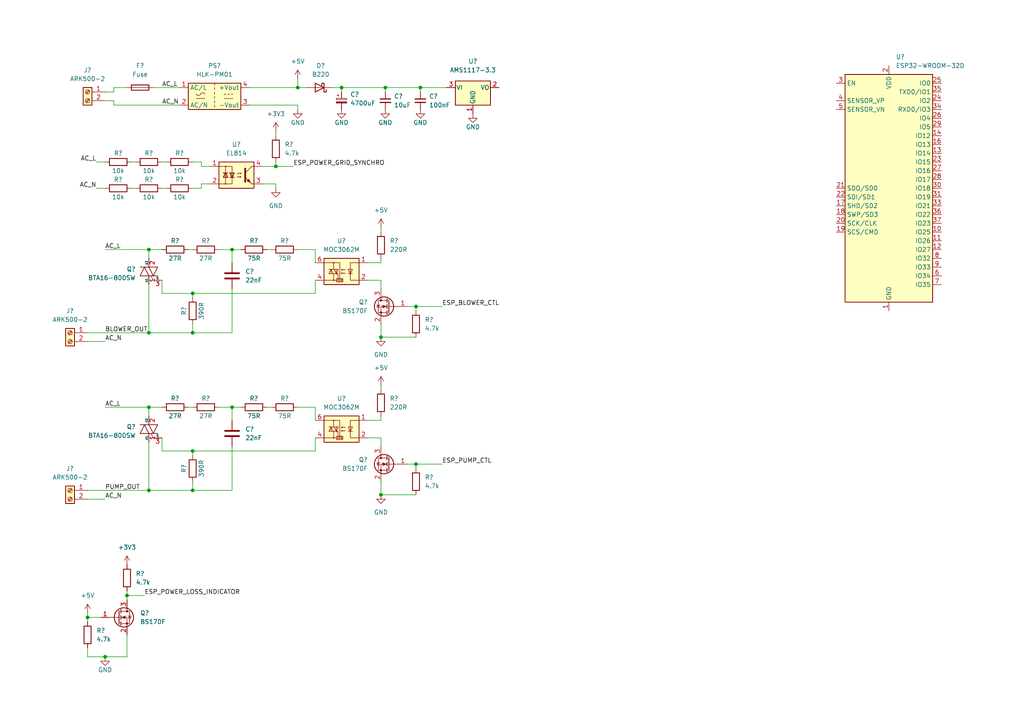
<source format=kicad_sch>
(kicad_sch (version 20211123) (generator eeschema)
  (paper "A4")
  (lib_symbols
    (symbol "Connector:Screw_Terminal_01x02" (pin_names (offset 1.016) hide)
      (property "Reference" "J" (at 0 2.54 0))
      (property "Value" "Screw_Terminal_01x02" (at 0 -5.08 0))
      (symbol "Screw_Terminal_01x02_1_1"
        (rectangle (start -1.27 1.27) (end 1.27 -3.81) (stroke (width 0.254)) (fill (type background)))
        (circle (center 0 -2.54) (radius 0.635) (stroke (width 0.1524)))
        (polyline (pts (xy -0.5334 -2.2098) (xy 0.3302 -3.048)) (stroke (width 0.1524)))
        (polyline (pts (xy -0.5334 0.3302) (xy 0.3302 -0.508)) (stroke (width 0.1524)))
        (polyline (pts (xy -0.3556 -2.032) (xy 0.508 -2.8702)) (stroke (width 0.1524)))
        (polyline (pts (xy -0.3556 0.508) (xy 0.508 -0.3302)) (stroke (width 0.1524)))
        (circle (center 0 0) (radius 0.635) (stroke (width 0.1524)))
        (pin passive line (at -5.08 0 0) (length 3.81) (name "Pin_1") (number "1"))
        (pin passive line (at -5.08 -2.54 0) (length 3.81) (name "Pin_2") (number "2"))
      )
    )
    (symbol "Converter_ACDC:HLK-PM01"
      (property "Reference" "PS" (at 0 5.08 0))
      (property "Value" "HLK-PM01" (at 0 -5.08 0))
      (symbol "HLK-PM01_0_1"
        (rectangle (start -7.62 3.81) (end 7.62 -3.81) (stroke (width 0.254)) (fill (type background)))
        (arc (start -5.334 0.635) (mid -4.699 0.2495) (end -4.064 0.635))
        (arc (start -2.794 0.635) (mid -3.429 1.0072) (end -4.064 0.635))
        (polyline (pts (xy -5.334 -0.635) (xy -2.794 -0.635)))
        (polyline (pts (xy 0 -2.54) (xy 0 -3.175)))
        (polyline (pts (xy 0 -1.27) (xy 0 -1.905)))
        (polyline (pts (xy 0 0) (xy 0 -0.635)))
        (polyline (pts (xy 0 1.27) (xy 0 0.635)))
        (polyline (pts (xy 0 2.54) (xy 0 1.905)))
        (polyline (pts (xy 0 3.81) (xy 0 3.175)))
        (polyline (pts (xy 2.794 -0.635) (xy 5.334 -0.635)))
        (polyline (pts (xy 2.794 0.635) (xy 3.302 0.635)))
        (polyline (pts (xy 3.81 0.635) (xy 4.318 0.635)))
        (polyline (pts (xy 4.826 0.635) (xy 5.334 0.635)))
      )
      (symbol "HLK-PM01_1_1"
        (pin power_in line (at -10.16 2.54 0) (length 2.54) (name "AC/L") (number "1"))
        (pin power_in line (at -10.16 -2.54 0) (length 2.54) (name "AC/N") (number "2"))
        (pin power_out line (at 10.16 -2.54 180) (length 2.54) (name "-Vout") (number "3"))
        (pin power_out line (at 10.16 2.54 180) (length 2.54) (name "+Vout") (number "4"))
      )
    )
    (symbol "Device:C" (pin_numbers hide) (pin_names (offset 0.254))
      (property "Reference" "C" (at 0.635 2.54 0))
      (property "Value" "C" (at 0.635 -2.54 0))
      (symbol "C_0_1"
        (polyline (pts (xy -2.032 -0.762) (xy 2.032 -0.762)) (stroke (width 0.508)))
        (polyline (pts (xy -2.032 0.762) (xy 2.032 0.762)) (stroke (width 0.508)))
      )
      (symbol "C_1_1"
        (pin passive line (at 0 3.81 270) (length 2.794) (name "~") (number "1"))
        (pin passive line (at 0 -3.81 90) (length 2.794) (name "~") (number "2"))
      )
    )
    (symbol "Device:C_Polarized_Small" (pin_numbers hide) (pin_names (offset 0.254) hide)
      (property "Reference" "C" (at 0.254 1.778 0))
      (property "Value" "C_Polarized_Small" (at 0.254 -2.032 0))
      (symbol "C_Polarized_Small_0_1"
        (rectangle (start -1.524 -0.3048) (end 1.524 -0.6858) (fill (type outline)))
        (rectangle (start -1.524 0.6858) (end 1.524 0.3048))
        (polyline (pts (xy -1.27 1.524) (xy -0.762 1.524)))
        (polyline (pts (xy -1.016 1.27) (xy -1.016 1.778)))
      )
      (symbol "C_Polarized_Small_1_1"
        (pin passive line (at 0 2.54 270) (length 1.8542) (name "~") (number "1"))
        (pin passive line (at 0 -2.54 90) (length 1.8542) (name "~") (number "2"))
      )
    )
    (symbol "Device:C_Small" (pin_numbers hide) (pin_names (offset 0.254) hide)
      (property "Reference" "C" (at 0.254 1.778 0))
      (property "Value" "C_Small" (at 0.254 -2.032 0))
      (symbol "C_Small_0_1"
        (polyline (pts (xy -1.524 -0.508) (xy 1.524 -0.508)) (stroke (width 0.3302)))
        (polyline (pts (xy -1.524 0.508) (xy 1.524 0.508)) (stroke (width 0.3048)))
      )
      (symbol "C_Small_1_1"
        (pin passive line (at 0 2.54 270) (length 2.032) (name "~") (number "1"))
        (pin passive line (at 0 -2.54 90) (length 2.032) (name "~") (number "2"))
      )
    )
    (symbol "Device:Fuse" (pin_numbers hide) (pin_names (offset 0))
      (property "Reference" "F" (at 2.032 0 90))
      (property "Value" "Fuse" (at -1.905 0 90))
      (symbol "Fuse_0_1"
        (rectangle (start -0.762 -2.54) (end 0.762 2.54) (stroke (width 0.254)))
        (polyline (pts (xy 0 2.54) (xy 0 -2.54)))
      )
      (symbol "Fuse_1_1"
        (pin passive line (at 0 3.81 270) (length 1.27) (name "~") (number "1"))
        (pin passive line (at 0 -3.81 90) (length 1.27) (name "~") (number "2"))
      )
    )
    (symbol "Device:R" (pin_numbers hide) (pin_names (offset 0))
      (property "Reference" "R" (at 2.032 0 90))
      (property "Value" "R" (at 0 0 90))
      (symbol "R_0_1"
        (rectangle (start -1.016 -2.54) (end 1.016 2.54) (stroke (width 0.254)))
      )
      (symbol "R_1_1"
        (pin passive line (at 0 3.81 270) (length 1.27) (name "~") (number "1"))
        (pin passive line (at 0 -3.81 90) (length 1.27) (name "~") (number "2"))
      )
    )
    (symbol "Diode:B220" (pin_numbers hide) (pin_names (offset 1.016) hide)
      (property "Reference" "D" (at 0 2.54 0))
      (property "Value" "B220" (at 0 -2.54 0))
      (symbol "B220_0_1"
        (polyline (pts (xy 1.27 0) (xy -1.27 0)))
        (polyline (pts (xy 1.27 1.27) (xy 1.27 -1.27) (xy -1.27 0) (xy 1.27 1.27)) (stroke (width 0.254)))
        (polyline (pts (xy -1.905 0.635) (xy -1.905 1.27) (xy -1.27 1.27) (xy -1.27 -1.27) (xy -0.635 -1.27) (xy -0.635 -0.635)) (stroke (width 0.254)))
      )
      (symbol "B220_1_1"
        (pin passive line (at -3.81 0 0) (length 2.54) (name "K") (number "1"))
        (pin passive line (at 3.81 0 180) (length 2.54) (name "A") (number "2"))
      )
    )
    (symbol "Isolator:EL814" (pin_names (offset 1.016))
      (property "Reference" "U" (at -5.334 4.826 0))
      (property "Value" "EL814" (at 0 5.08 0))
      (symbol "EL814_0_1"
        (rectangle (start -5.08 3.81) (end 5.08 -3.81) (stroke (width 0.254)) (fill (type background)))
        (circle (center -3.175 -2.54) (radius 0.127))
        (circle (center -3.175 2.54) (radius 0.127))
        (polyline (pts (xy -3.81 0.635) (xy -2.54 0.635)) (stroke (width 0.254)))
        (polyline (pts (xy -3.175 -0.635) (xy -3.175 -2.54)))
        (polyline (pts (xy -3.175 0.635) (xy -3.175 -0.635)))
        (polyline (pts (xy -3.175 0.635) (xy -3.175 2.54)))
        (polyline (pts (xy -1.905 -0.635) (xy -0.635 -0.635)) (stroke (width 0.254)))
        (polyline (pts (xy -1.27 0.635) (xy -1.27 -0.635)))
        (polyline (pts (xy 2.54 0.635) (xy 4.445 2.54)))
        (polyline (pts (xy 4.445 -2.54) (xy 2.54 -0.635)) (fill (type outline)))
        (polyline (pts (xy 4.445 -2.54) (xy 5.08 -2.54)))
        (polyline (pts (xy 4.445 2.54) (xy 5.08 2.54)))
        (polyline (pts (xy -5.08 2.54) (xy -1.27 2.54) (xy -1.27 0.635)))
        (polyline (pts (xy -1.27 -0.635) (xy -1.27 -2.54) (xy -5.08 -2.54)))
        (polyline (pts (xy 2.54 1.905) (xy 2.54 -1.905) (xy 2.54 -1.905)) (stroke (width 0.508)))
        (polyline (pts (xy -3.175 0.635) (xy -3.81 -0.635) (xy -2.54 -0.635) (xy -3.175 0.635)) (stroke (width 0.254)))
        (polyline (pts (xy -1.27 -0.635) (xy -1.905 0.635) (xy -0.635 0.635) (xy -1.27 -0.635)) (stroke (width 0.254)))
        (polyline (pts (xy 0.127 -0.508) (xy 1.397 -0.508) (xy 1.016 -0.635) (xy 1.016 -0.381) (xy 1.397 -0.508)))
        (polyline (pts (xy 0.127 0.508) (xy 1.397 0.508) (xy 1.016 0.381) (xy 1.016 0.635) (xy 1.397 0.508)))
        (polyline (pts (xy 3.048 -1.651) (xy 3.556 -1.143) (xy 4.064 -2.159) (xy 3.048 -1.651) (xy 3.048 -1.651)) (fill (type outline)))
      )
      (symbol "EL814_1_1"
        (pin passive line (at -7.62 2.54 0) (length 2.54) (name "~") (number "1"))
        (pin passive line (at -7.62 -2.54 0) (length 2.54) (name "~") (number "2"))
        (pin passive line (at 7.62 -2.54 180) (length 2.54) (name "~") (number "3"))
        (pin passive line (at 7.62 2.54 180) (length 2.54) (name "~") (number "4"))
      )
    )
    (symbol "RF_Module:ESP32-WROOM-32D"
      (property "Reference" "U" (at -12.7 34.29 0))
      (property "Value" "ESP32-WROOM-32D" (at 1.27 34.29 0))
      (symbol "ESP32-WROOM-32D_0_1"
        (rectangle (start -12.7 33.02) (end 12.7 -33.02) (stroke (width 0.254)) (fill (type background)))
      )
      (symbol "ESP32-WROOM-32D_1_1"
        (pin power_in line (at 0 -35.56 90) (length 2.54) (name "GND") (number "1"))
        (pin bidirectional line (at 15.24 -12.7 180) (length 2.54) (name "IO25") (number "10"))
        (pin bidirectional line (at 15.24 -15.24 180) (length 2.54) (name "IO26") (number "11"))
        (pin bidirectional line (at 15.24 -17.78 180) (length 2.54) (name "IO27") (number "12"))
        (pin bidirectional line (at 15.24 10.16 180) (length 2.54) (name "IO14") (number "13"))
        (pin bidirectional line (at 15.24 15.24 180) (length 2.54) (name "IO12") (number "14"))
        (pin passive line (at 0 -35.56 90) (length 2.54) hide (name "GND") (number "15"))
        (pin bidirectional line (at 15.24 12.7 180) (length 2.54) (name "IO13") (number "16"))
        (pin bidirectional line (at -15.24 -5.08 0) (length 2.54) (name "SHD/SD2") (number "17"))
        (pin bidirectional line (at -15.24 -7.62 0) (length 2.54) (name "SWP/SD3") (number "18"))
        (pin bidirectional line (at -15.24 -12.7 0) (length 2.54) (name "SCS/CMD") (number "19"))
        (pin power_in line (at 0 35.56 270) (length 2.54) (name "VDD") (number "2"))
        (pin bidirectional line (at -15.24 -10.16 0) (length 2.54) (name "SCK/CLK") (number "20"))
        (pin bidirectional line (at -15.24 0 0) (length 2.54) (name "SDO/SD0") (number "21"))
        (pin bidirectional line (at -15.24 -2.54 0) (length 2.54) (name "SDI/SD1") (number "22"))
        (pin bidirectional line (at 15.24 7.62 180) (length 2.54) (name "IO15") (number "23"))
        (pin bidirectional line (at 15.24 25.4 180) (length 2.54) (name "IO2") (number "24"))
        (pin bidirectional line (at 15.24 30.48 180) (length 2.54) (name "IO0") (number "25"))
        (pin bidirectional line (at 15.24 20.32 180) (length 2.54) (name "IO4") (number "26"))
        (pin bidirectional line (at 15.24 5.08 180) (length 2.54) (name "IO16") (number "27"))
        (pin bidirectional line (at 15.24 2.54 180) (length 2.54) (name "IO17") (number "28"))
        (pin bidirectional line (at 15.24 17.78 180) (length 2.54) (name "IO5") (number "29"))
        (pin input line (at -15.24 30.48 0) (length 2.54) (name "EN") (number "3"))
        (pin bidirectional line (at 15.24 0 180) (length 2.54) (name "IO18") (number "30"))
        (pin bidirectional line (at 15.24 -2.54 180) (length 2.54) (name "IO19") (number "31"))
        (pin no_connect line (at -12.7 -27.94 0) (length 2.54) hide (name "NC") (number "32"))
        (pin bidirectional line (at 15.24 -5.08 180) (length 2.54) (name "IO21") (number "33"))
        (pin bidirectional line (at 15.24 22.86 180) (length 2.54) (name "RXD0/IO3") (number "34"))
        (pin bidirectional line (at 15.24 27.94 180) (length 2.54) (name "TXD0/IO1") (number "35"))
        (pin bidirectional line (at 15.24 -7.62 180) (length 2.54) (name "IO22") (number "36"))
        (pin bidirectional line (at 15.24 -10.16 180) (length 2.54) (name "IO23") (number "37"))
        (pin passive line (at 0 -35.56 90) (length 2.54) hide (name "GND") (number "38"))
        (pin passive line (at 0 -35.56 90) (length 2.54) hide (name "GND") (number "39"))
        (pin input line (at -15.24 25.4 0) (length 2.54) (name "SENSOR_VP") (number "4"))
        (pin input line (at -15.24 22.86 0) (length 2.54) (name "SENSOR_VN") (number "5"))
        (pin input line (at 15.24 -25.4 180) (length 2.54) (name "IO34") (number "6"))
        (pin input line (at 15.24 -27.94 180) (length 2.54) (name "IO35") (number "7"))
        (pin bidirectional line (at 15.24 -20.32 180) (length 2.54) (name "IO32") (number "8"))
        (pin bidirectional line (at 15.24 -22.86 180) (length 2.54) (name "IO33") (number "9"))
      )
    )
    (symbol "Regulator_Linear:AMS1117-3.3" (pin_names (offset 0.254))
      (property "Reference" "U" (at -3.81 3.175 0))
      (property "Value" "AMS1117-3.3" (at 0 3.175 0))
      (symbol "AMS1117-3.3_0_1"
        (rectangle (start -5.08 -5.08) (end 5.08 1.905) (stroke (width 0.254)) (fill (type background)))
      )
      (symbol "AMS1117-3.3_1_1"
        (pin power_in line (at 0 -7.62 90) (length 2.54) (name "GND") (number "1"))
        (pin power_out line (at 7.62 0 180) (length 2.54) (name "VO") (number "2"))
        (pin power_in line (at -7.62 0 0) (length 2.54) (name "VI") (number "3"))
      )
    )
    (symbol "Relay_SolidState:MOC3062M"
      (property "Reference" "U" (at -5.08 5.08 0))
      (property "Value" "MOC3062M" (at 0 5.08 0))
      (symbol "MOC3062M_0_0"
        (rectangle (start -0.381 -2.032) (end 1.397 -3.048))
        (polyline (pts (xy 2.286 -2.54) (xy 1.397 -2.54)))
        (polyline (pts (xy 1.524 -0.635) (xy 1.016 -1.016) (xy 1.016 -2.032)))
        (text "ZCD" (at 0.508 -2.54 0) (effects (font (size 0.508 0.508))))
      )
      (symbol "MOC3062M_0_1"
        (rectangle (start -5.08 3.81) (end 5.08 -3.81) (stroke (width 0.254)) (fill (type background)))
        (polyline (pts (xy -3.175 -0.635) (xy -1.905 -0.635)))
        (polyline (pts (xy 1.524 -0.635) (xy 1.524 0.635)))
        (polyline (pts (xy 3.048 0.635) (xy 3.048 -0.635)))
        (polyline (pts (xy 2.286 -0.635) (xy 2.286 -2.54) (xy 5.08 -2.54)))
        (polyline (pts (xy 2.286 0.635) (xy 2.286 2.54) (xy 5.08 2.54)))
        (polyline (pts (xy 2.286 2.54) (xy 0.508 2.54) (xy 0.508 -2.032)))
        (polyline (pts (xy -5.08 2.54) (xy -2.54 2.54) (xy -2.54 -2.54) (xy -5.08 -2.54)))
        (polyline (pts (xy -2.54 -0.635) (xy -3.175 0.635) (xy -1.905 0.635) (xy -2.54 -0.635)))
        (polyline (pts (xy 0.889 -0.635) (xy 3.683 -0.635) (xy 3.048 0.635) (xy 2.413 -0.635)))
        (polyline (pts (xy 3.683 0.635) (xy 0.889 0.635) (xy 1.524 -0.635) (xy 2.159 0.635)))
        (polyline (pts (xy -1.143 -0.508) (xy 0.127 -0.508) (xy -0.254 -0.635) (xy -0.254 -0.381) (xy 0.127 -0.508)))
        (polyline (pts (xy -1.143 0.508) (xy 0.127 0.508) (xy -0.254 0.381) (xy -0.254 0.635) (xy 0.127 0.508)))
        (circle (center 2.286 -2.54) (radius 0.127))
        (circle (center 2.286 2.54) (radius 0.127))
      )
      (symbol "MOC3062M_1_1"
        (pin passive line (at -7.62 2.54 0) (length 2.54) (name "~") (number "1"))
        (pin passive line (at -7.62 -2.54 0) (length 2.54) (name "~") (number "2"))
        (pin no_connect line (at -5.08 0 0) (length 2.54) hide (name "NC") (number "3"))
        (pin passive line (at 7.62 -2.54 180) (length 2.54) (name "~") (number "4"))
        (pin no_connect line (at 5.08 0 180) (length 2.54) hide (name "NC") (number "5"))
        (pin passive line (at 7.62 2.54 180) (length 2.54) (name "~") (number "6"))
      )
    )
    (symbol "Transistor_FET:BS170F" (pin_names hide)
      (property "Reference" "Q" (at 5.08 1.905 0))
      (property "Value" "BS170F" (at 5.08 0 0))
      (symbol "BS170F_0_1"
        (polyline (pts (xy 0.254 0) (xy -2.54 0)))
        (polyline (pts (xy 0.254 1.905) (xy 0.254 -1.905)) (stroke (width 0.254)))
        (polyline (pts (xy 0.762 -1.27) (xy 0.762 -2.286)) (stroke (width 0.254)))
        (polyline (pts (xy 0.762 0.508) (xy 0.762 -0.508)) (stroke (width 0.254)))
        (polyline (pts (xy 0.762 2.286) (xy 0.762 1.27)) (stroke (width 0.254)))
        (polyline (pts (xy 2.54 2.54) (xy 2.54 1.778)))
        (polyline (pts (xy 2.54 -2.54) (xy 2.54 0) (xy 0.762 0)))
        (polyline (pts (xy 0.762 -1.778) (xy 3.302 -1.778) (xy 3.302 1.778) (xy 0.762 1.778)))
        (polyline (pts (xy 1.016 0) (xy 2.032 0.381) (xy 2.032 -0.381) (xy 1.016 0)) (fill (type outline)))
        (polyline (pts (xy 2.794 0.508) (xy 2.921 0.381) (xy 3.683 0.381) (xy 3.81 0.254)))
        (polyline (pts (xy 3.302 0.381) (xy 2.921 -0.254) (xy 3.683 -0.254) (xy 3.302 0.381)))
        (circle (center 1.651 0) (radius 2.794) (stroke (width 0.254)))
        (circle (center 2.54 -1.778) (radius 0.254) (fill (type outline)))
        (circle (center 2.54 1.778) (radius 0.254) (fill (type outline)))
      )
      (symbol "BS170F_1_1"
        (pin input line (at -5.08 0 0) (length 2.54) (name "G") (number "1"))
        (pin passive line (at 2.54 -5.08 90) (length 2.54) (name "S") (number "2"))
        (pin passive line (at 2.54 5.08 270) (length 2.54) (name "D") (number "3"))
      )
    )
    (symbol "Triac_Thyristor:BTA16-800SW" (pin_names (offset 0))
      (property "Reference" "Q" (at 5.08 1.905 0))
      (property "Value" "BTA16-800SW" (at 5.08 0 0))
      (symbol "BTA16-800SW_0_1"
        (polyline (pts (xy -2.54 -1.27) (xy 2.54 -1.27)) (stroke (width 0.2032)))
        (polyline (pts (xy -2.54 1.27) (xy 2.54 1.27)) (stroke (width 0.2032)))
        (polyline (pts (xy -1.27 -2.54) (xy -0.635 -1.27)))
        (polyline (pts (xy -2.54 1.27) (xy -1.27 -1.27) (xy 0 1.27)) (stroke (width 0.2032)))
        (polyline (pts (xy 0 -1.27) (xy 1.27 1.27) (xy 2.54 -1.27)) (stroke (width 0.2032)))
      )
      (symbol "BTA16-800SW_1_1"
        (pin passive line (at 0 -3.81 90) (length 2.54) (name "A1") (number "1"))
        (pin passive line (at 0 3.81 270) (length 2.54) (name "A2") (number "2"))
        (pin input line (at -3.81 -2.54 0) (length 2.54) (name "G") (number "3"))
      )
    )
    (symbol "power:+3.3V" (power) (pin_names (offset 0))
      (property "Value" "+3.3V" (at 0 3.556 0))
      (symbol "+3.3V_0_1"
        (polyline (pts (xy -0.762 1.27) (xy 0 2.54)))
        (polyline (pts (xy 0 0) (xy 0 2.54)))
        (polyline (pts (xy 0 2.54) (xy 0.762 1.27)))
      )
      (symbol "+3.3V_1_1"
        (pin power_in line (at 0 0 90) (length 0) hide (name "+3V3") (number "1"))
      )
    )
    (symbol "power:+5V" (power) (pin_names (offset 0))
      (property "Value" "+5V" (at 0 3.556 0))
      (symbol "+5V_0_1"
        (polyline (pts (xy -0.762 1.27) (xy 0 2.54)))
        (polyline (pts (xy 0 0) (xy 0 2.54)))
        (polyline (pts (xy 0 2.54) (xy 0.762 1.27)))
      )
      (symbol "+5V_1_1"
        (pin power_in line (at 0 0 90) (length 0) hide (name "+5V") (number "1"))
      )
    )
    (symbol "power:GND" (power) (pin_names (offset 0))
      (property "Value" "GND" (at 0 -3.81 0))
      (symbol "GND_0_1"
        (polyline (pts (xy 0 0) (xy 0 -1.27) (xy 1.27 -1.27) (xy 0 -2.54) (xy -1.27 -1.27) (xy 0 -1.27)))
      )
      (symbol "GND_1_1"
        (pin power_in line (at 0 0 270) (length 0) hide (name "GND") (number "1"))
      )
    )
  )
  (junction (at 111.76 25.4))
  (junction (at 36.83 172.72))
  (junction (at 55.88 142.24))
  (junction (at 121.92 25.4))
  (junction (at 43.18 118.11))
  (junction (at 55.88 96.52))
  (junction (at 110.49 143.51))
  (junction (at 25.4 179.07))
  (junction (at 110.49 97.79))
  (junction (at 67.31 72.39))
  (junction (at 99.06 25.4))
  (junction (at 120.65 134.62))
  (junction (at 55.88 130.81))
  (junction (at 86.36 25.4))
  (junction (at 67.31 118.11))
  (junction (at 120.65 88.9))
  (junction (at 43.18 96.52))
  (junction (at 30.48 190.5))
  (junction (at 43.18 72.39))
  (junction (at 55.88 85.09))
  (junction (at 43.18 142.24))
  (junction (at 80.01 48.26))
  (wire (pts (xy 86.36 30.48) (xy 86.36 31.75)))
  (wire (pts (xy 96.52 25.4) (xy 99.06 25.4)))
  (wire (pts (xy 91.44 72.39) (xy 91.44 76.2)))
  (wire (pts (xy 36.83 172.72) (xy 36.83 173.99)))
  (wire (pts (xy 99.06 25.4) (xy 111.76 25.4)))
  (wire (pts (xy 33.02 30.48) (xy 52.07 30.48)))
  (wire (pts (xy 46.99 85.09) (xy 55.88 85.09)))
  (wire (pts (xy 55.88 142.24) (xy 67.31 142.24)))
  (wire (pts (xy 38.1 54.61) (xy 39.37 54.61)))
  (wire (pts (xy 110.49 97.79) (xy 120.65 97.79)))
  (wire (pts (xy 86.36 72.39) (xy 91.44 72.39)))
  (wire (pts (xy 77.47 72.39) (xy 78.74 72.39)))
  (wire (pts (xy 86.36 25.4) (xy 88.9 25.4)))
  (wire (pts (xy 106.68 127) (xy 110.49 127)))
  (wire (pts (xy 80.01 48.26) (xy 85.09 48.26)))
  (wire (pts (xy 72.39 25.4) (xy 86.36 25.4)))
  (wire (pts (xy 25.4 177.8) (xy 25.4 179.07)))
  (wire (pts (xy 111.76 25.4) (xy 121.92 25.4)))
  (wire (pts (xy 58.42 48.26) (xy 60.96 48.26)))
  (wire (pts (xy 55.88 85.09) (xy 91.44 85.09)))
  (wire (pts (xy 33.02 25.4) (xy 36.83 25.4)))
  (wire (pts (xy 25.4 142.24) (xy 43.18 142.24)))
  (wire (pts (xy 67.31 118.11) (xy 67.31 121.92)))
  (wire (pts (xy 46.99 54.61) (xy 48.26 54.61)))
  (wire (pts (xy 63.5 72.39) (xy 67.31 72.39)))
  (wire (pts (xy 27.94 46.99) (xy 30.48 46.99)))
  (wire (pts (xy 55.88 54.61) (xy 58.42 54.61)))
  (wire (pts (xy 99.06 26.67) (xy 99.06 25.4)))
  (wire (pts (xy 67.31 72.39) (xy 69.85 72.39)))
  (wire (pts (xy 25.4 99.06) (xy 30.48 99.06)))
  (wire (pts (xy 58.42 53.34) (xy 58.42 54.61)))
  (wire (pts (xy 30.48 190.5) (xy 36.83 190.5)))
  (wire (pts (xy 120.65 88.9) (xy 128.27 88.9)))
  (wire (pts (xy 106.68 76.2) (xy 110.49 76.2)))
  (wire (pts (xy 67.31 142.24) (xy 67.31 129.54)))
  (wire (pts (xy 25.4 179.07) (xy 29.21 179.07)))
  (wire (pts (xy 67.31 96.52) (xy 67.31 83.82)))
  (wire (pts (xy 106.68 121.92) (xy 110.49 121.92)))
  (wire (pts (xy 54.61 118.11) (xy 55.88 118.11)))
  (wire (pts (xy 55.88 85.09) (xy 55.88 86.36)))
  (wire (pts (xy 67.31 118.11) (xy 69.85 118.11)))
  (wire (pts (xy 76.2 53.34) (xy 80.01 53.34)))
  (wire (pts (xy 33.02 29.21) (xy 33.02 30.48)))
  (wire (pts (xy 55.88 96.52) (xy 67.31 96.52)))
  (wire (pts (xy 55.88 46.99) (xy 58.42 46.99)))
  (wire (pts (xy 46.99 130.81) (xy 55.88 130.81)))
  (wire (pts (xy 86.36 118.11) (xy 91.44 118.11)))
  (wire (pts (xy 30.48 26.67) (xy 33.02 26.67)))
  (wire (pts (xy 43.18 72.39) (xy 46.99 72.39)))
  (wire (pts (xy 111.76 25.4) (xy 111.76 26.67)))
  (wire (pts (xy 36.83 184.15) (xy 36.83 190.5)))
  (wire (pts (xy 27.94 54.61) (xy 30.48 54.61)))
  (wire (pts (xy 110.49 66.04) (xy 110.49 67.31)))
  (wire (pts (xy 118.11 88.9) (xy 120.65 88.9)))
  (wire (pts (xy 55.88 130.81) (xy 91.44 130.81)))
  (wire (pts (xy 106.68 81.28) (xy 110.49 81.28)))
  (wire (pts (xy 80.01 46.99) (xy 80.01 48.26)))
  (wire (pts (xy 36.83 172.72) (xy 41.91 172.72)))
  (wire (pts (xy 110.49 139.7) (xy 110.49 143.51)))
  (wire (pts (xy 43.18 96.52) (xy 55.88 96.52)))
  (wire (pts (xy 60.96 53.34) (xy 58.42 53.34)))
  (wire (pts (xy 30.48 118.11) (xy 43.18 118.11)))
  (wire (pts (xy 25.4 187.96) (xy 25.4 190.5)))
  (wire (pts (xy 30.48 29.21) (xy 33.02 29.21)))
  (wire (pts (xy 110.49 127) (xy 110.49 129.54)))
  (wire (pts (xy 120.65 134.62) (xy 120.65 135.89)))
  (wire (pts (xy 46.99 81.28) (xy 46.99 85.09)))
  (wire (pts (xy 43.18 82.55) (xy 43.18 96.52)))
  (wire (pts (xy 30.48 72.39) (xy 43.18 72.39)))
  (wire (pts (xy 63.5 118.11) (xy 67.31 118.11)))
  (wire (pts (xy 118.11 134.62) (xy 120.65 134.62)))
  (wire (pts (xy 44.45 25.4) (xy 52.07 25.4)))
  (wire (pts (xy 110.49 143.51) (xy 120.65 143.51)))
  (wire (pts (xy 91.44 127) (xy 91.44 130.81)))
  (wire (pts (xy 36.83 171.45) (xy 36.83 172.72)))
  (wire (pts (xy 58.42 46.99) (xy 58.42 48.26)))
  (wire (pts (xy 43.18 142.24) (xy 55.88 142.24)))
  (wire (pts (xy 120.65 134.62) (xy 128.27 134.62)))
  (wire (pts (xy 121.92 25.4) (xy 129.54 25.4)))
  (wire (pts (xy 46.99 127) (xy 46.99 130.81)))
  (wire (pts (xy 25.4 96.52) (xy 43.18 96.52)))
  (wire (pts (xy 120.65 88.9) (xy 120.65 90.17)))
  (wire (pts (xy 43.18 128.27) (xy 43.18 142.24)))
  (wire (pts (xy 80.01 38.1) (xy 80.01 39.37)))
  (wire (pts (xy 55.88 139.7) (xy 55.88 142.24)))
  (wire (pts (xy 110.49 93.98) (xy 110.49 97.79)))
  (wire (pts (xy 55.88 93.98) (xy 55.88 96.52)))
  (wire (pts (xy 110.49 81.28) (xy 110.49 83.82)))
  (wire (pts (xy 80.01 53.34) (xy 80.01 54.61)))
  (wire (pts (xy 43.18 120.65) (xy 43.18 118.11)))
  (wire (pts (xy 25.4 144.78) (xy 30.48 144.78)))
  (wire (pts (xy 38.1 46.99) (xy 39.37 46.99)))
  (wire (pts (xy 43.18 74.93) (xy 43.18 72.39)))
  (wire (pts (xy 46.99 46.99) (xy 48.26 46.99)))
  (wire (pts (xy 77.47 118.11) (xy 78.74 118.11)))
  (wire (pts (xy 54.61 72.39) (xy 55.88 72.39)))
  (wire (pts (xy 25.4 190.5) (xy 30.48 190.5)))
  (wire (pts (xy 86.36 25.4) (xy 86.36 22.86)))
  (wire (pts (xy 91.44 118.11) (xy 91.44 121.92)))
  (wire (pts (xy 25.4 179.07) (xy 25.4 180.34)))
  (wire (pts (xy 91.44 81.28) (xy 91.44 85.09)))
  (wire (pts (xy 110.49 111.76) (xy 110.49 113.03)))
  (wire (pts (xy 33.02 26.67) (xy 33.02 25.4)))
  (wire (pts (xy 55.88 130.81) (xy 55.88 132.08)))
  (wire (pts (xy 67.31 72.39) (xy 67.31 76.2)))
  (wire (pts (xy 72.39 30.48) (xy 86.36 30.48)))
  (wire (pts (xy 121.92 25.4) (xy 121.92 26.67)))
  (wire (pts (xy 110.49 121.92) (xy 110.49 120.65)))
  (wire (pts (xy 76.2 48.26) (xy 80.01 48.26)))
  (wire (pts (xy 110.49 76.2) (xy 110.49 74.93)))
  (wire (pts (xy 43.18 118.11) (xy 46.99 118.11)))
  (label "AC_L" (at 27.94 46.99 180))
  (label "AC_N" (at 46.99 30.48 0))
  (label "AC_N" (at 30.48 144.78 0))
  (label "BLOWER_OUT" (at 30.48 96.52 0))
  (label "ESP_POWER_LOSS_INDICATOR" (at 41.91 172.72 0))
  (label "ESP_BLOWER_CTL" (at 128.27 88.9 0))
  (label "AC_N" (at 27.94 54.61 180))
  (label "AC_N" (at 30.48 99.06 0))
  (label "PUMP_OUT" (at 30.48 142.24 0))
  (label "ESP_PUMP_CTL" (at 128.27 134.62 0))
  (label "ESP_POWER_GRID_SYNCHRO" (at 85.09 48.26 0))
  (label "AC_L" (at 46.99 25.4 0))
  (label "AC_L" (at 30.48 118.11 0))
  (label "AC_L" (at 30.48 72.39 0))
  (symbol (lib_id "Relay_SolidState:MOC3062M") (at 99.06 78.74 0) (mirror y) (unit 1)
    (property "Reference" "U?" (at 99.06 69.85 0))
    (property "Value" "MOC3062M" (at 99.06 72.39 0))
    (property "Datasheet" "https://www.onsemi.com/pub/Collateral/MOC3163M-D.pdf" (effects hide))
  )
  (symbol (lib_id "power:GND") (at 86.36 31.75 0) (unit 1)
    (property "Reference" "#PWR?" (effects hide))
    (property "Value" "GND" (at 86.36 35.56 0))
  )
  (symbol (lib_id "Device:R") (at 52.07 54.61 90) (unit 1)
    (property "Reference" "R?" (at 52.07 52.07 90))
    (property "Value" "10k" (at 52.07 57.15 90))
    (property "Footprint" "Resistor_SMD:R_1206_3216Metric_Pad1.30x1.75mm_HandSolder" (effects hide))
  )
  (symbol (lib_id "power:+5V") (at 86.36 22.86 0) (unit 1)
    (property "Reference" "#PWR?" (effects hide))
    (property "Value" "+5V" (at 86.36 17.78 0))
  )
  (symbol (lib_id "Converter_ACDC:HLK-PM01") (at 62.23 27.94 0) (unit 1)
    (property "Reference" "PS?" (at 62.23 19.05 0))
    (property "Value" "HLK-PM01" (at 62.23 21.59 0))
    (property "Footprint" "Converter_ACDC:Converter_ACDC_HiLink_HLK-PMxx" (effects hide))
    (property "Datasheet" "http://www.hlktech.net/product_detail.php?ProId=54" (effects hide))
  )
  (symbol (lib_id "Connector:Screw_Terminal_01x02") (at 20.32 142.24 0) (mirror y) (unit 1)
    (property "Reference" "J?" (at 20.32 135.89 0))
    (property "Value" "ARK500-2" (at 20.32 138.43 0))
  )
  (symbol (lib_id "Device:C_Polarized_Small") (at 99.06 29.21 0) (unit 1)
    (property "Reference" "C?" (at 101.6 27.3938 0) (effects (justify left)))
    (property "Value" "4700uF" (at 101.6 29.9338 0) (effects (justify left)))
  )
  (symbol (lib_id "Device:R") (at 82.55 118.11 90) (unit 1)
    (property "Reference" "R?" (at 82.55 115.57 90))
    (property "Value" "75R" (at 82.55 120.65 90))
    (property "Footprint" "Resistor_SMD:R_1206_3216Metric_Pad1.30x1.75mm_HandSolder" (effects hide))
  )
  (symbol (lib_id "Device:R") (at 43.18 54.61 90) (unit 1)
    (property "Reference" "R?" (at 43.18 52.07 90))
    (property "Value" "10k" (at 43.18 57.15 90))
    (property "Footprint" "Resistor_SMD:R_1206_3216Metric_Pad1.30x1.75mm_HandSolder" (effects hide))
  )
  (symbol (lib_id "Device:C") (at 67.31 125.73 0) (unit 1)
    (property "Reference" "C?" (at 71.12 124.4599 0) (effects (justify left)))
    (property "Value" "22nF" (at 71.12 126.9999 0) (effects (justify left)))
  )
  (symbol (lib_id "Triac_Thyristor:BTA16-800SW") (at 43.18 124.46 0) (mirror y) (unit 1)
    (property "Reference" "Q?" (at 39.37 123.7741 0) (effects (justify left)))
    (property "Value" "BTA16-800SW" (at 39.37 126.3141 0) (effects (justify left)))
    (property "Footprint" "Package_TO_SOT_THT:TO-220-3_Vertical" (effects hide))
    (property "Datasheet" "https://www.st.com/resource/en/datasheet/bta16.pdf" (effects hide))
  )
  (symbol (lib_id "Device:Fuse") (at 40.64 25.4 90) (unit 1)
    (property "Reference" "F?" (at 40.64 19.05 90))
    (property "Value" "Fuse" (at 40.64 21.59 90))
  )
  (symbol (lib_id "Device:R") (at 59.69 118.11 90) (unit 1)
    (property "Reference" "R?" (at 59.69 115.57 90))
    (property "Value" "27R" (at 59.69 120.65 90))
    (property "Footprint" "Resistor_SMD:R_1206_3216Metric_Pad1.30x1.75mm_HandSolder" (effects hide))
  )
  (symbol (lib_id "Triac_Thyristor:BTA16-800SW") (at 43.18 78.74 0) (mirror y) (unit 1)
    (property "Reference" "Q?" (at 39.37 78.0541 0) (effects (justify left)))
    (property "Value" "BTA16-800SW" (at 39.37 80.5941 0) (effects (justify left)))
    (property "Footprint" "Package_TO_SOT_THT:TO-220-3_Vertical" (effects hide))
    (property "Datasheet" "https://www.st.com/resource/en/datasheet/bta16.pdf" (effects hide))
  )
  (symbol (lib_id "Device:R") (at 110.49 116.84 0) (unit 1)
    (property "Reference" "R?" (at 113.03 115.5699 0) (effects (justify left)))
    (property "Value" "220R" (at 113.03 118.1099 0) (effects (justify left)))
    (property "Footprint" "Resistor_SMD:R_0603_1608Metric_Pad0.98x0.95mm_HandSolder" (effects hide))
  )
  (symbol (lib_id "power:GND") (at 121.92 31.75 0) (unit 1)
    (property "Reference" "#PWR?" (effects hide))
    (property "Value" "GND" (at 121.92 35.56 0))
  )
  (symbol (lib_id "power:GND") (at 110.49 97.79 0) (unit 1)
    (property "Reference" "#PWR?" (effects hide))
    (property "Value" "GND" (at 110.49 102.87 0))
  )
  (symbol (lib_id "Connector:Screw_Terminal_01x02") (at 25.4 26.67 0) (mirror y) (unit 1)
    (property "Reference" "J?" (at 25.4 20.32 0))
    (property "Value" "ARK500-2" (at 25.4 22.86 0))
  )
  (symbol (lib_id "power:+3.3V") (at 36.83 163.83 0) (unit 1)
    (property "Reference" "#PWR?" (effects hide))
    (property "Value" "+3.3V" (at 36.83 158.75 0))
  )
  (symbol (lib_id "Device:C_Small") (at 111.76 29.21 0) (unit 1)
    (property "Reference" "C?" (at 114.3 27.9462 0) (effects (justify left)))
    (property "Value" "10uF" (at 114.3 30.4862 0) (effects (justify left)))
  )
  (symbol (lib_id "Device:R") (at 50.8 72.39 90) (unit 1)
    (property "Reference" "R?" (at 50.8 69.85 90))
    (property "Value" "27R" (at 50.8 74.93 90))
    (property "Footprint" "Resistor_SMD:R_1206_3216Metric_Pad1.30x1.75mm_HandSolder" (effects hide))
  )
  (symbol (lib_id "Connector:Screw_Terminal_01x02") (at 20.32 96.52 0) (mirror y) (unit 1)
    (property "Reference" "J?" (at 20.32 90.17 0))
    (property "Value" "ARK500-2" (at 20.32 92.71 0))
  )
  (symbol (lib_id "power:GND") (at 110.49 143.51 0) (unit 1)
    (property "Reference" "#PWR?" (effects hide))
    (property "Value" "GND" (at 110.49 148.59 0))
  )
  (symbol (lib_id "power:+5V") (at 110.49 111.76 0) (unit 1)
    (property "Reference" "#PWR?" (effects hide))
    (property "Value" "+5V" (at 110.49 106.68 0))
  )
  (symbol (lib_id "Device:C") (at 67.31 80.01 0) (unit 1)
    (property "Reference" "C?" (at 71.12 78.7399 0) (effects (justify left)))
    (property "Value" "22nF" (at 71.12 81.2799 0) (effects (justify left)))
  )
  (symbol (lib_id "Device:R") (at 73.66 72.39 90) (unit 1)
    (property "Reference" "R?" (at 73.66 69.85 90))
    (property "Value" "75R" (at 73.66 74.93 90))
    (property "Footprint" "Resistor_SMD:R_1206_3216Metric_Pad1.30x1.75mm_HandSolder" (effects hide))
  )
  (symbol (lib_id "power:GND") (at 137.16 33.02 0) (unit 1)
    (property "Reference" "#PWR?" (effects hide))
    (property "Value" "GND" (at 137.16 36.83 0))
  )
  (symbol (lib_id "Device:R") (at 110.49 71.12 0) (unit 1)
    (property "Reference" "R?" (at 113.03 69.8499 0) (effects (justify left)))
    (property "Value" "220R" (at 113.03 72.3899 0) (effects (justify left)))
    (property "Footprint" "Resistor_SMD:R_0603_1608Metric_Pad0.98x0.95mm_HandSolder" (effects hide))
  )
  (symbol (lib_id "Device:R") (at 50.8 118.11 90) (unit 1)
    (property "Reference" "R?" (at 50.8 115.57 90))
    (property "Value" "27R" (at 50.8 120.65 90))
    (property "Footprint" "Resistor_SMD:R_1206_3216Metric_Pad1.30x1.75mm_HandSolder" (effects hide))
  )
  (symbol (lib_id "Isolator:EL814") (at 68.58 50.8 0) (unit 1)
    (property "Reference" "U?" (at 68.58 41.91 0))
    (property "Value" "EL814" (at 68.58 44.45 0))
    (property "Datasheet" "http://www.everlight.com/file/ProductFile/EL814.pdf" (effects hide))
  )
  (symbol (lib_id "Device:C_Small") (at 121.92 29.21 0) (unit 1)
    (property "Reference" "C?" (at 124.46 27.9462 0) (effects (justify left)))
    (property "Value" "100nF" (at 124.46 30.4862 0) (effects (justify left)))
  )
  (symbol (lib_id "Device:R") (at 82.55 72.39 90) (unit 1)
    (property "Reference" "R?" (at 82.55 69.85 90))
    (property "Value" "75R" (at 82.55 74.93 90))
    (property "Footprint" "Resistor_SMD:R_1206_3216Metric_Pad1.30x1.75mm_HandSolder" (effects hide))
  )
  (symbol (lib_id "Relay_SolidState:MOC3062M") (at 99.06 124.46 0) (mirror y) (unit 1)
    (property "Reference" "U?" (at 99.06 115.57 0))
    (property "Value" "MOC3062M" (at 99.06 118.11 0))
    (property "Datasheet" "https://www.onsemi.com/pub/Collateral/MOC3163M-D.pdf" (effects hide))
  )
  (symbol (lib_id "Diode:B220") (at 92.71 25.4 180) (unit 1)
    (property "Reference" "D?" (at 93.0275 19.05 0))
    (property "Value" "B220" (at 93.0275 21.59 0))
    (property "Footprint" "Diode_SMD:D_SMB" (effects hide))
    (property "Datasheet" "http://www.jameco.com/Jameco/Products/ProdDS/1538777.pdf" (effects hide))
  )
  (symbol (lib_id "Device:R") (at 43.18 46.99 90) (unit 1)
    (property "Reference" "R?" (at 43.18 44.45 90))
    (property "Value" "10k" (at 43.18 49.53 90))
    (property "Footprint" "Resistor_SMD:R_1206_3216Metric_Pad1.30x1.75mm_HandSolder" (effects hide))
  )
  (symbol (lib_id "power:GND") (at 111.76 31.75 0) (unit 1)
    (property "Reference" "#PWR?" (effects hide))
    (property "Value" "GND" (at 111.76 35.56 0))
  )
  (symbol (lib_id "Device:R") (at 55.88 135.89 180) (unit 1)
    (property "Reference" "R?" (at 53.34 135.89 90))
    (property "Value" "390R" (at 58.42 135.89 90))
    (property "Footprint" "Resistor_SMD:R_1206_3216Metric_Pad1.30x1.75mm_HandSolder" (effects hide))
  )
  (symbol (lib_id "Device:R") (at 80.01 43.18 0) (unit 1)
    (property "Reference" "R?" (at 82.55 41.9099 0) (effects (justify left)))
    (property "Value" "4.7k" (at 82.55 44.4499 0) (effects (justify left)))
    (property "Footprint" "Resistor_SMD:R_0603_1608Metric_Pad0.98x0.95mm_HandSolder" (effects hide))
  )
  (symbol (lib_id "power:GND") (at 80.01 54.61 0) (unit 1)
    (property "Reference" "#PWR?" (effects hide))
    (property "Value" "GND" (at 80.01 59.69 0))
  )
  (symbol (lib_id "Device:R") (at 55.88 90.17 180) (unit 1)
    (property "Reference" "R?" (at 53.34 90.17 90))
    (property "Value" "390R" (at 58.42 90.17 90))
    (property "Footprint" "Resistor_SMD:R_1206_3216Metric_Pad1.30x1.75mm_HandSolder" (effects hide))
  )
  (symbol (lib_id "Device:R") (at 34.29 54.61 90) (unit 1)
    (property "Reference" "R?" (at 34.29 52.07 90))
    (property "Value" "10k" (at 34.29 57.15 90))
    (property "Footprint" "Resistor_SMD:R_1206_3216Metric_Pad1.30x1.75mm_HandSolder" (effects hide))
  )
  (symbol (lib_id "power:GND") (at 99.06 31.75 0) (unit 1)
    (property "Reference" "#PWR?" (effects hide))
    (property "Value" "GND" (at 99.06 35.56 0))
  )
  (symbol (lib_id "Device:R") (at 34.29 46.99 90) (unit 1)
    (property "Reference" "R?" (at 34.29 44.45 90))
    (property "Value" "10k" (at 34.29 49.53 90))
    (property "Footprint" "Resistor_SMD:R_1206_3216Metric_Pad1.30x1.75mm_HandSolder" (effects hide))
  )
  (symbol (lib_id "Transistor_FET:BS170F") (at 34.29 179.07 0) (unit 1)
    (property "Reference" "Q?" (at 40.64 177.7999 0) (effects (justify left)))
    (property "Value" "BS170F" (at 40.64 180.3399 0) (effects (justify left)))
    (property "Footprint" "Package_TO_SOT_SMD:SOT-23" (effects hide))
    (property "Datasheet" "http://www.diodes.com/assets/Datasheets/BS170F.pdf" (effects hide))
  )
  (symbol (lib_id "Regulator_Linear:AMS1117-3.3") (at 137.16 25.4 0) (unit 1)
    (property "Reference" "U?" (at 137.16 17.78 0))
    (property "Value" "AMS1117-3.3" (at 137.16 20.32 0))
    (property "Footprint" "Package_TO_SOT_SMD:SOT-223-3_TabPin2" (effects hide))
    (property "Datasheet" "http://www.advanced-monolithic.com/pdf/ds1117.pdf" (effects hide))
  )
  (symbol (lib_id "Device:R") (at 52.07 46.99 90) (unit 1)
    (property "Reference" "R?" (at 52.07 44.45 90))
    (property "Value" "10k" (at 52.07 49.53 90))
    (property "Footprint" "Resistor_SMD:R_1206_3216Metric_Pad1.30x1.75mm_HandSolder" (effects hide))
  )
  (symbol (lib_id "power:+5V") (at 110.49 66.04 0) (unit 1)
    (property "Reference" "#PWR?" (effects hide))
    (property "Value" "+5V" (at 110.49 60.96 0))
  )
  (symbol (lib_id "Transistor_FET:BS170F") (at 113.03 134.62 0) (mirror y) (unit 1)
    (property "Reference" "Q?" (at 106.68 133.3499 0) (effects (justify left)))
    (property "Value" "BS170F" (at 106.68 135.8899 0) (effects (justify left)))
    (property "Footprint" "Package_TO_SOT_SMD:SOT-23" (effects hide))
    (property "Datasheet" "http://www.diodes.com/assets/Datasheets/BS170F.pdf" (effects hide))
  )
  (symbol (lib_id "Device:R") (at 73.66 118.11 90) (unit 1)
    (property "Reference" "R?" (at 73.66 115.57 90))
    (property "Value" "75R" (at 73.66 120.65 90))
    (property "Footprint" "Resistor_SMD:R_1206_3216Metric_Pad1.30x1.75mm_HandSolder" (effects hide))
  )
  (symbol (lib_id "Device:R") (at 120.65 93.98 0) (unit 1)
    (property "Reference" "R?" (at 123.19 92.7099 0) (effects (justify left)))
    (property "Value" "4.7k" (at 123.19 95.2499 0) (effects (justify left)))
    (property "Footprint" "Resistor_SMD:R_0603_1608Metric_Pad0.98x0.95mm_HandSolder" (effects hide))
  )
  (symbol (lib_id "power:+5V") (at 25.4 177.8 0) (unit 1)
    (property "Reference" "#PWR?" (effects hide))
    (property "Value" "+5V" (at 25.4 172.72 0))
  )
  (symbol (lib_id "Device:R") (at 120.65 139.7 0) (unit 1)
    (property "Reference" "R?" (at 123.19 138.4299 0) (effects (justify left)))
    (property "Value" "4.7k" (at 123.19 140.9699 0) (effects (justify left)))
    (property "Footprint" "Resistor_SMD:R_0603_1608Metric_Pad0.98x0.95mm_HandSolder" (effects hide))
  )
  (symbol (lib_id "Device:R") (at 59.69 72.39 90) (unit 1)
    (property "Reference" "R?" (at 59.69 69.85 90))
    (property "Value" "27R" (at 59.69 74.93 90))
    (property "Footprint" "Resistor_SMD:R_1206_3216Metric_Pad1.30x1.75mm_HandSolder" (effects hide))
  )
  (symbol (lib_id "power:+3.3V") (at 80.01 38.1 0) (unit 1)
    (property "Reference" "#PWR?" (effects hide))
    (property "Value" "+3.3V" (at 80.01 33.02 0))
  )
  (symbol (lib_id "RF_Module:ESP32-WROOM-32D") (at 257.81 54.61 0) (unit 1)
    (property "Reference" "U?" (at 259.8294 16.51 0) (effects (justify left)))
    (property "Value" "ESP32-WROOM-32D" (at 259.8294 19.05 0) (effects (justify left)))
    (property "Footprint" "RF_Module:ESP32-WROOM-32" (effects hide))
    (property "Datasheet" "https://www.espressif.com/sites/default/files/documentation/esp32-wroom-32d_esp32-wroom-32u_datasheet_en.pdf" (effects hide))
  )
  (symbol (lib_id "power:GND") (at 30.48 190.5 0) (unit 1)
    (property "Reference" "#PWR?" (effects hide))
    (property "Value" "GND" (at 30.48 194.31 0))
  )
  (symbol (lib_id "Transistor_FET:BS170F") (at 113.03 88.9 0) (mirror y) (unit 1)
    (property "Reference" "Q?" (at 106.68 87.6299 0) (effects (justify left)))
    (property "Value" "BS170F" (at 106.68 90.1699 0) (effects (justify left)))
    (property "Footprint" "Package_TO_SOT_SMD:SOT-23" (effects hide))
    (property "Datasheet" "http://www.diodes.com/assets/Datasheets/BS170F.pdf" (effects hide))
  )
  (symbol (lib_id "Device:R") (at 25.4 184.15 0) (unit 1)
    (property "Reference" "R?" (at 27.94 182.8799 0) (effects (justify left)))
    (property "Value" "4.7k" (at 27.94 185.4199 0) (effects (justify left)))
    (property "Footprint" "Resistor_SMD:R_0603_1608Metric_Pad0.98x0.95mm_HandSolder" (effects hide))
  )
  (symbol (lib_id "Device:R") (at 36.83 167.64 0) (unit 1)
    (property "Reference" "R?" (at 39.37 166.3699 0) (effects (justify left)))
    (property "Value" "4.7k" (at 39.37 168.9099 0) (effects (justify left)))
    (property "Footprint" "Resistor_SMD:R_0603_1608Metric_Pad0.98x0.95mm_HandSolder" (effects hide))
  )
)
</source>
